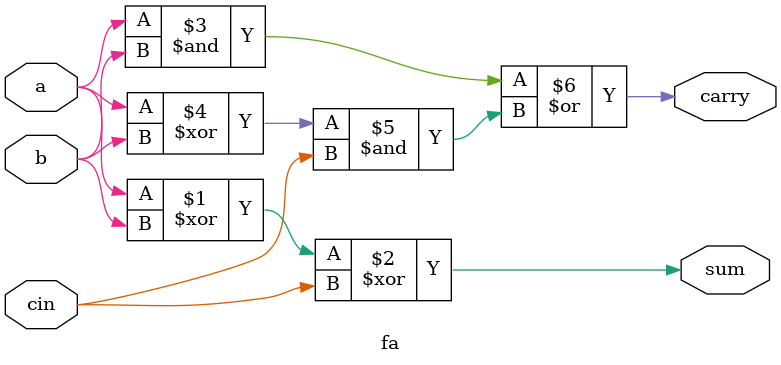
<source format=sv>
module ripple_carry_adder#(
    parameter   DATA_WD=4
)(
    input   logic   [DATA_WD-1:0]   i_a,
    input   logic   [DATA_WD-1:0]   i_b,
    input   logic                   i_c,
    output  logic   [DATA_WD:0]     o_arith_out
);
// Edit the code here begin ---------------------------------------------------

    
    // assign o_arith_out[4]=c4;
    logic [DATA_WD:0]c;
    assign c[0]=i_c;
    genvar i;
    for( i=0;i<DATA_WD;i=i+1)
        fa u1(.a(i_a[i]),.b(i_b[i]),.cin(c[i]),.sum(o_arith_out[i]),.carry(c[i+1]));
    
    assign o_arith_out[4]=c[4];
// Edit the code here end -----------------------------------------------------

endmodule
module fa(
    input logic a,
    input logic b,
    input logic cin,
    output sum,
    output carry
);
assign sum=a^b^cin;
assign carry=((a&b))|((a^b)&cin);



endmodule

</source>
